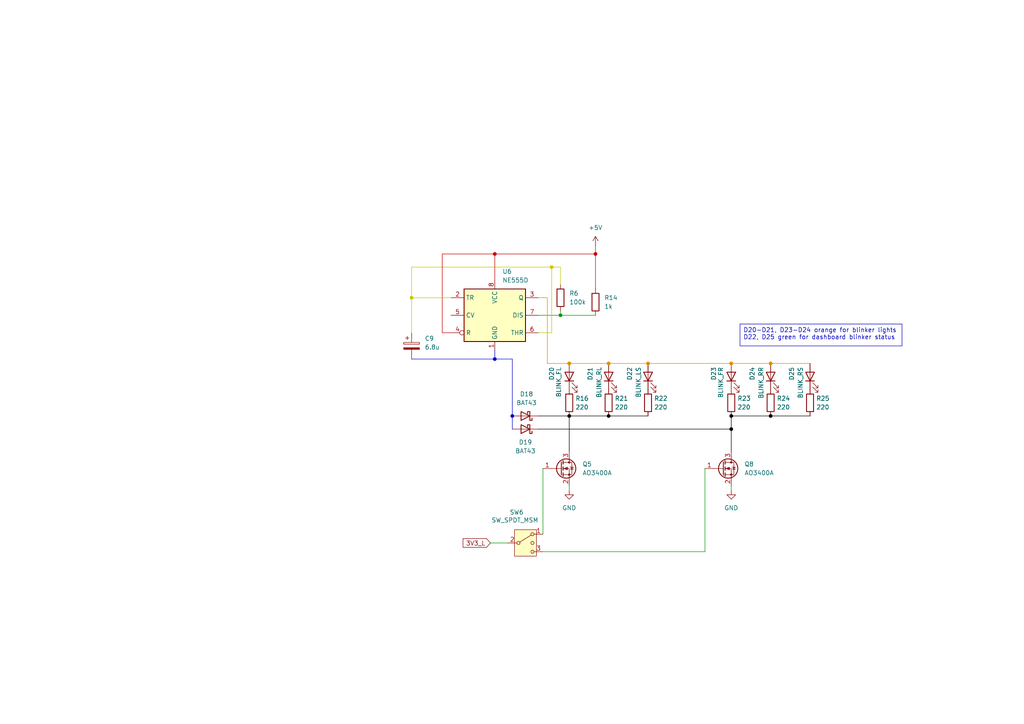
<source format=kicad_sch>
(kicad_sch (version 20231120) (generator "eeschema") (generator_version "8.0")
  (paper "A4")
  (lib_symbols
    (symbol "Device:C_Polarized" (pin_numbers hide) (pin_names (offset 0.254))
      (property "Reference" "C" (at 0.635 2.54 0))
      (property "Value" "C_Polarized" (at 0.635 -2.54 0))
      (symbol "C_Polarized_0_1"
        (rectangle (start -2.286 0.508) (end 2.286 1.016))
        (polyline (pts (xy -1.778 2.286) (xy -0.762 2.286)))
        (polyline (pts (xy -1.27 2.794) (xy -1.27 1.778)))
        (rectangle (start 2.286 -0.508) (end -2.286 -1.016) (fill (type outline)))
      )
      (symbol "C_Polarized_1_1"
        (pin passive line (at 0 3.81 270) (length 2.794) (name "~") (number "1"))
        (pin passive line (at 0 -3.81 90) (length 2.794) (name "~") (number "2"))
      )
    )
    (symbol "Device:LED" (pin_numbers hide) (pin_names (offset 1.016) hide)
      (property "Reference" "D" (at 0 2.54 0))
      (property "Value" "LED" (at 0 -2.54 0))
      (symbol "LED_0_1"
        (polyline (pts (xy -1.27 -1.27) (xy -1.27 1.27)) (stroke (width 0.254)))
        (polyline (pts (xy -1.27 0) (xy 1.27 0)))
        (polyline (pts (xy 1.27 -1.27) (xy 1.27 1.27) (xy -1.27 0) (xy 1.27 -1.27)) (stroke (width 0.254)))
        (polyline (pts (xy -3.048 -0.762) (xy -4.572 -2.286) (xy -3.81 -2.286) (xy -4.572 -2.286) (xy -4.572 -1.524)))
        (polyline (pts (xy -1.778 -0.762) (xy -3.302 -2.286) (xy -2.54 -2.286) (xy -3.302 -2.286) (xy -3.302 -1.524)))
      )
      (symbol "LED_1_1"
        (pin passive line (at -3.81 0 0) (length 2.54) (name "K") (number "1"))
        (pin passive line (at 3.81 0 180) (length 2.54) (name "A") (number "2"))
      )
    )
    (symbol "Device:R" (pin_numbers hide) (pin_names (offset 0))
      (property "Reference" "R" (at 2.032 0 90))
      (property "Value" "R" (at 0 0 90))
      (symbol "R_0_1"
        (rectangle (start -1.016 -2.54) (end 1.016 2.54) (stroke (width 0.254)))
      )
      (symbol "R_1_1"
        (pin passive line (at 0 3.81 270) (length 1.27) (name "~") (number "1"))
        (pin passive line (at 0 -3.81 90) (length 1.27) (name "~") (number "2"))
      )
    )
    (symbol "Diode:BAT43" (pin_numbers hide) (pin_names (offset 1.016) hide)
      (property "Reference" "D" (at 0 2.54 0))
      (property "Value" "BAT43" (at 0 -2.54 0))
      (symbol "BAT43_0_1"
        (polyline (pts (xy 1.27 0) (xy -1.27 0)))
        (polyline (pts (xy 1.27 1.27) (xy 1.27 -1.27) (xy -1.27 0) (xy 1.27 1.27)) (stroke (width 0.254)))
        (polyline (pts (xy -1.905 0.635) (xy -1.905 1.27) (xy -1.27 1.27) (xy -1.27 -1.27) (xy -0.635 -1.27) (xy -0.635 -0.635)) (stroke (width 0.254)))
      )
      (symbol "BAT43_1_1"
        (pin passive line (at -3.81 0 0) (length 2.54) (name "K") (number "1"))
        (pin passive line (at 3.81 0 180) (length 2.54) (name "A") (number "2"))
      )
    )
    (symbol "Switch:SW_SPDT_MSM" (pin_names (offset 0) hide)
      (property "Reference" "SW" (at 0 5.08 0))
      (property "Value" "SW_SPDT_MSM" (at 0 -5.08 0))
      (symbol "SW_SPDT_MSM_0_1"
        (circle (center -2.032 0) (radius 0.4572))
        (polyline (pts (xy -1.651 0.254) (xy 1.651 2.286)))
        (circle (center 2.032 -2.54) (radius 0.4572))
        (circle (center 2.032 0) (radius 0.4572))
        (circle (center 2.032 2.54) (radius 0.4572))
      )
      (symbol "SW_SPDT_MSM_1_1"
        (rectangle (start -3.175 3.81) (end 3.175 -3.81) (fill (type background)))
        (pin passive line (at 5.08 2.54 180) (length 2.54) (name "1") (number "1"))
        (pin passive line (at -5.08 0 0) (length 2.54) (name "3") (number "2"))
        (pin passive line (at 5.08 -2.54 180) (length 2.54) (name "4") (number "3"))
      )
    )
    (symbol "Timer:NE555D"
      (property "Reference" "U" (at -10.16 8.89 0))
      (property "Value" "NE555D" (at 2.54 8.89 0))
      (symbol "NE555D_0_0"
        (pin power_in line (at 0 -10.16 90) (length 2.54) (name "GND") (number "1"))
        (pin power_in line (at 0 10.16 270) (length 2.54) (name "VCC") (number "8"))
      )
      (symbol "NE555D_0_1"
        (rectangle (start -8.89 -7.62) (end 8.89 7.62) (stroke (width 0.254)) (fill (type background)))
        (rectangle (start -8.89 -7.62) (end 8.89 7.62) (stroke (width 0.254)) (fill (type background)))
      )
      (symbol "NE555D_1_1"
        (pin input line (at -12.7 5.08 0) (length 3.81) (name "TR") (number "2"))
        (pin output line (at 12.7 5.08 180) (length 3.81) (name "Q") (number "3"))
        (pin input inverted (at -12.7 -5.08 0) (length 3.81) (name "R") (number "4"))
        (pin input line (at -12.7 0 0) (length 3.81) (name "CV") (number "5"))
        (pin input line (at 12.7 -5.08 180) (length 3.81) (name "THR") (number "6"))
        (pin input line (at 12.7 0 180) (length 3.81) (name "DIS") (number "7"))
      )
    )
    (symbol "Transistor_FET:AO3400A" (pin_names hide)
      (property "Reference" "Q" (at 5.08 1.905 0))
      (property "Value" "AO3400A" (at 5.08 0 0))
      (symbol "AO3400A_0_1"
        (polyline (pts (xy 0.254 0) (xy -2.54 0)))
        (polyline (pts (xy 0.254 1.905) (xy 0.254 -1.905)) (stroke (width 0.254)))
        (polyline (pts (xy 0.762 -1.27) (xy 0.762 -2.286)) (stroke (width 0.254)))
        (polyline (pts (xy 0.762 0.508) (xy 0.762 -0.508)) (stroke (width 0.254)))
        (polyline (pts (xy 0.762 2.286) (xy 0.762 1.27)) (stroke (width 0.254)))
        (polyline (pts (xy 2.54 2.54) (xy 2.54 1.778)))
        (polyline (pts (xy 2.54 -2.54) (xy 2.54 0) (xy 0.762 0)))
        (polyline (pts (xy 0.762 -1.778) (xy 3.302 -1.778) (xy 3.302 1.778) (xy 0.762 1.778)))
        (polyline (pts (xy 1.016 0) (xy 2.032 0.381) (xy 2.032 -0.381) (xy 1.016 0)) (fill (type outline)))
        (polyline (pts (xy 2.794 0.508) (xy 2.921 0.381) (xy 3.683 0.381) (xy 3.81 0.254)))
        (polyline (pts (xy 3.302 0.381) (xy 2.921 -0.254) (xy 3.683 -0.254) (xy 3.302 0.381)))
        (circle (center 1.651 0) (radius 2.794) (stroke (width 0.254)))
        (circle (center 2.54 -1.778) (radius 0.254) (fill (type outline)))
        (circle (center 2.54 1.778) (radius 0.254) (fill (type outline)))
      )
      (symbol "AO3400A_1_1"
        (pin input line (at -5.08 0 0) (length 2.54) (name "G") (number "1"))
        (pin passive line (at 2.54 -5.08 90) (length 2.54) (name "S") (number "2"))
        (pin passive line (at 2.54 5.08 270) (length 2.54) (name "D") (number "3"))
      )
    )
    (symbol "power:+5V" (power) (pin_numbers hide) (pin_names (offset 0) hide)
      (property "Value" "+5V" (at 0 3.556 0))
      (symbol "+5V_0_1"
        (polyline (pts (xy -0.762 1.27) (xy 0 2.54)))
        (polyline (pts (xy 0 0) (xy 0 2.54)))
        (polyline (pts (xy 0 2.54) (xy 0.762 1.27)))
      )
      (symbol "+5V_1_1"
        (pin power_in line (at 0 0 90) (length 0) (name "~") (number "1"))
      )
    )
    (symbol "power:GND" (power) (pin_numbers hide) (pin_names (offset 0) hide)
      (property "Value" "GND" (at 0 -3.81 0))
      (symbol "GND_0_1"
        (polyline (pts (xy 0 0) (xy 0 -1.27) (xy 1.27 -1.27) (xy 0 -2.54) (xy -1.27 -1.27) (xy 0 -1.27)))
      )
      (symbol "GND_1_1"
        (pin power_in line (at 0 0 270) (length 0) (name "~") (number "1"))
      )
    )
  )
  (junction (at 160.02 77.47) (color 194 194 0 1))
  (junction (at 172.72 73.66) (color 194 0 0 1))
  (junction (at 176.53 120.65) (color 0 0 0 1))
  (junction (at 162.56 91.44))
  (junction (at 176.53 105.41) (color 221 133 0 1))
  (junction (at 187.96 105.41) (color 221 133 0 1))
  (junction (at 212.09 124.46) (color 0 0 0 1))
  (junction (at 119.38 86.36) (color 194 194 0 1))
  (junction (at 143.51 104.14) (color 0 0 194 1))
  (junction (at 143.51 73.66) (color 194 0 0 1))
  (junction (at 165.1 105.41) (color 221 133 0 1))
  (junction (at 223.52 120.65) (color 0 0 0 1))
  (junction (at 212.09 120.65) (color 0 0 0 1))
  (junction (at 165.1 120.65) (color 0 0 0 1))
  (junction (at 148.59 120.65) (color 0 0 194 1))
  (junction (at 223.52 105.41) (color 221 133 0 1))
  (junction (at 212.09 105.41) (color 221 133 0 1))
  (wire (pts (xy 156.21 96.52) (xy 160.02 96.52)) (stroke (width 0) (color 194 194 0 1)))
  (wire (pts (xy 148.59 120.65) (xy 148.59 124.46)) (stroke (width 0) (color 0 0 194 1)))
  (wire (pts (xy 158.75 86.36) (xy 158.75 105.41)) (stroke (width 0) (color 221 133 0 1)))
  (wire (pts (xy 147.32 157.48) (xy 142.24 157.48)))
  (wire (pts (xy 212.09 120.65) (xy 223.52 120.65)) (stroke (width 0) (color 0 0 0 1)))
  (wire (pts (xy 172.72 83.82) (xy 172.72 73.66)) (stroke (width 0) (color 194 0 0 1)))
  (wire (pts (xy 204.47 160.02) (xy 204.47 135.89)))
  (wire (pts (xy 157.48 160.02) (xy 204.47 160.02)))
  (wire (pts (xy 130.81 96.52) (xy 128.27 96.52)) (stroke (width 0) (color 194 0 0 1)))
  (wire (pts (xy 172.72 91.44) (xy 162.56 91.44)))
  (wire (pts (xy 165.1 105.41) (xy 176.53 105.41)) (stroke (width 0) (color 221 133 0 1)))
  (wire (pts (xy 162.56 82.55) (xy 162.56 77.47)) (stroke (width 0) (color 194 194 0 1)))
  (wire (pts (xy 234.95 120.65) (xy 223.52 120.65)) (stroke (width 0) (color 0 0 0 1)))
  (wire (pts (xy 156.21 124.46) (xy 212.09 124.46)) (stroke (width 0) (color 0 0 0 1)))
  (wire (pts (xy 176.53 120.65) (xy 165.1 120.65)) (stroke (width 0) (color 0 0 0 1)))
  (wire (pts (xy 119.38 104.14) (xy 143.51 104.14)) (stroke (width 0) (color 0 0 194 1)))
  (wire (pts (xy 128.27 73.66) (xy 143.51 73.66)) (stroke (width 0) (color 194 0 0 1)))
  (wire (pts (xy 212.09 142.24) (xy 212.09 140.97)))
  (wire (pts (xy 119.38 77.47) (xy 119.38 86.36)) (stroke (width 0) (color 194 194 0 1)))
  (wire (pts (xy 119.38 86.36) (xy 119.38 96.52)) (stroke (width 0) (color 194 194 0 1)))
  (wire (pts (xy 160.02 96.52) (xy 160.02 77.47)) (stroke (width 0) (color 194 194 0 1)))
  (wire (pts (xy 172.72 71.12) (xy 172.72 73.66)) (stroke (width 0) (color 194 0 0 1)))
  (wire (pts (xy 165.1 120.65) (xy 156.21 120.65)) (stroke (width 0) (color 0 0 0 1)))
  (wire (pts (xy 148.59 104.14) (xy 143.51 104.14)) (stroke (width 0) (color 0 0 194 1)))
  (wire (pts (xy 156.21 91.44) (xy 162.56 91.44)))
  (wire (pts (xy 162.56 91.44) (xy 162.56 90.17)))
  (wire (pts (xy 172.72 73.66) (xy 143.51 73.66)) (stroke (width 0) (color 194 0 0 1)))
  (wire (pts (xy 212.09 105.41) (xy 223.52 105.41)) (stroke (width 0) (color 221 133 0 1)))
  (wire (pts (xy 157.48 135.89) (xy 157.48 154.94)))
  (wire (pts (xy 162.56 77.47) (xy 160.02 77.47)) (stroke (width 0) (color 194 194 0 1)))
  (wire (pts (xy 128.27 96.52) (xy 128.27 73.66)) (stroke (width 0) (color 194 0 0 1)))
  (wire (pts (xy 156.21 86.36) (xy 158.75 86.36)) (stroke (width 0) (color 221 133 0 1)))
  (wire (pts (xy 176.53 105.41) (xy 187.96 105.41)) (stroke (width 0) (color 221 133 0 1)))
  (wire (pts (xy 223.52 105.41) (xy 234.95 105.41)) (stroke (width 0) (color 221 133 0 1)))
  (wire (pts (xy 165.1 142.24) (xy 165.1 140.97)))
  (wire (pts (xy 187.96 120.65) (xy 176.53 120.65)) (stroke (width 0) (color 0 0 0 1)))
  (wire (pts (xy 160.02 77.47) (xy 119.38 77.47)) (stroke (width 0) (color 194 194 0 1)))
  (wire (pts (xy 212.09 124.46) (xy 212.09 120.65)) (stroke (width 0) (color 0 0 0 1)))
  (wire (pts (xy 212.09 130.81) (xy 212.09 124.46)) (stroke (width 0) (color 0 0 0 1)))
  (wire (pts (xy 165.1 130.81) (xy 165.1 120.65)) (stroke (width 0) (color 0 0 0 1)))
  (wire (pts (xy 143.51 73.66) (xy 143.51 81.28)) (stroke (width 0) (color 194 0 0 1)))
  (wire (pts (xy 148.59 120.65) (xy 148.59 104.14)) (stroke (width 0) (color 0 0 194 1)))
  (wire (pts (xy 165.1 105.41) (xy 158.75 105.41)) (stroke (width 0) (color 221 133 0 1)))
  (wire (pts (xy 187.96 105.41) (xy 212.09 105.41)) (stroke (width 0) (color 221 133 0 1)))
  (wire (pts (xy 130.81 86.36) (xy 119.38 86.36)) (stroke (width 0) (color 194 194 0 1)))
  (wire (pts (xy 143.51 104.14) (xy 143.51 101.6)) (stroke (width 0) (color 0 0 194 1)))
  (text_box "D20-D21, D23-D24 orange for blinker lights\nD22, D25 green for dashboard blinker status" (at 214.63 93.98 0) (size 46.99 6.35) (effects (font (size 1.27 1.27)) (justify left top)))
  (global_label "3V3_L" (shape input) (at 142.24 157.48 180) (property "Intersheetrefs" "${INTERSHEET_REFS}" (effects (hide yes))))
  (symbol (lib_id "Device:LED") (at 212.09 109.22 90) (unit 1)
    (property "Reference" "D23" (at 207.01 106.426 0) (effects (justify right)))
    (property "Value" "BLINK_FR" (at 209.042 106.426 0) (effects (justify right)))
    (property "Description" "Light emitting diode" (effects (hide yes)))
  )
  (symbol (lib_id "Diode:BAT43") (at 152.4 124.46 180) (unit 1)
    (property "Reference" "D19" (at 152.4 128.27 0))
    (property "Value" "BAT43" (at 152.4 130.81 0))
    (property "Footprint" "Diode_THT:D_DO-35_SOD27_P7.62mm_Horizontal" (effects (hide yes)))
    (property "Datasheet" "http://www.vishay.com/docs/85660/bat42.pdf" (effects (hide yes)))
    (property "Description" "30V 0.2A Small Signal Schottky Diode, DO-35" (effects (hide yes)))
  )
  (symbol (lib_id "Device:R") (at 223.52 116.84 0) (unit 1)
    (property "Reference" "R24" (at 225.298 115.57 0) (effects (justify left)))
    (property "Value" "220" (at 225.298 118.11 0) (effects (justify left)))
    (property "Description" "Resistor" (effects (hide yes)))
  )
  (symbol (lib_id "Device:R") (at 234.95 116.84 0) (unit 1)
    (property "Reference" "R25" (at 236.728 115.57 0) (effects (justify left)))
    (property "Value" "220" (at 236.728 118.11 0) (effects (justify left)))
    (property "Description" "Resistor" (effects (hide yes)))
  )
  (symbol (lib_id "Device:LED") (at 234.95 109.22 90) (unit 1)
    (property "Reference" "D25" (at 229.616 106.426 0) (effects (justify right)))
    (property "Value" "BLINK_RS" (at 232.156 106.426 0) (effects (justify right)))
    (property "Description" "Light emitting diode" (effects (hide yes)))
  )
  (symbol (lib_id "Device:C_Polarized") (at 119.38 100.33 0) (unit 1)
    (property "Reference" "C9" (at 123.19 98.1709 0) (effects (justify left)))
    (property "Value" "6.8u" (at 123.19 100.7109 0) (effects (justify left)))
    (property "Description" "Polarized capacitor" (effects (hide yes)))
  )
  (symbol (lib_id "power:+5V") (at 172.72 71.12 0) (unit 1)
    (property "Reference" "#PWR036" (effects (hide yes)))
    (property "Value" "+5V" (at 172.72 66.04 0))
    (property "Description" "Power symbol creates a global label with name \"+5V\"" (effects (hide yes)))
  )
  (symbol (lib_id "power:GND") (at 212.09 142.24 0) (unit 1)
    (property "Reference" "#PWR038" (effects (hide yes)))
    (property "Value" "GND" (at 212.09 147.32 0))
    (property "Description" "Power symbol creates a global label with name \"GND\" , ground" (effects (hide yes)))
  )
  (symbol (lib_id "Device:R") (at 176.53 116.84 0) (unit 1)
    (property "Reference" "R21" (at 178.308 115.57 0) (effects (justify left)))
    (property "Value" "220" (at 178.308 118.11 0) (effects (justify left)))
    (property "Description" "Resistor" (effects (hide yes)))
  )
  (symbol (lib_id "power:GND") (at 165.1 142.24 0) (unit 1)
    (property "Reference" "#PWR037" (effects (hide yes)))
    (property "Value" "GND" (at 165.1 147.32 0))
    (property "Description" "Power symbol creates a global label with name \"GND\" , ground" (effects (hide yes)))
  )
  (symbol (lib_id "Device:R") (at 165.1 116.84 0) (unit 1)
    (property "Reference" "R16" (at 166.878 115.57 0) (effects (justify left)))
    (property "Value" "220" (at 166.878 118.11 0) (effects (justify left)))
    (property "Description" "Resistor" (effects (hide yes)))
  )
  (symbol (lib_id "Device:R") (at 187.96 116.84 0) (unit 1)
    (property "Reference" "R22" (at 189.738 115.57 0) (effects (justify left)))
    (property "Value" "220" (at 189.738 118.11 0) (effects (justify left)))
    (property "Description" "Resistor" (effects (hide yes)))
  )
  (symbol (lib_id "Switch:SW_SPDT_MSM") (at 152.4 157.48 0) (unit 1)
    (property "Reference" "SW6" (at 149.86 148.59 0))
    (property "Value" "SW_SPDT_MSM" (at 149.352 150.876 0))
    (property "Description" "Switch, single pole double throw, center OFF position" (effects (hide yes)))
  )
  (symbol (lib_id "Device:R") (at 162.56 86.36 0) (unit 1)
    (property "Reference" "R6" (at 165.1 85.0899 0) (effects (justify left)))
    (property "Value" "100k" (at 165.1 87.6299 0) (effects (justify left)))
    (property "Description" "Resistor" (effects (hide yes)))
  )
  (symbol (lib_id "Device:LED") (at 187.96 109.22 90) (unit 1)
    (property "Reference" "D22" (at 182.626 106.426 0) (effects (justify right)))
    (property "Value" "BLINK_LS" (at 185.166 106.426 0) (effects (justify right)))
    (property "Description" "Light emitting diode" (effects (hide yes)))
  )
  (symbol (lib_id "Timer:NE555D") (at 143.51 91.44 0) (unit 1)
    (property "Reference" "U6" (at 145.7041 78.74 0) (effects (justify left)))
    (property "Value" "NE555D" (at 145.7041 81.28 0) (effects (justify left)))
    (property "Footprint" "Package_SO:SOIC-8_3.9x4.9mm_P1.27mm" (effects (hide yes)))
    (property "Datasheet" "http://www.ti.com/lit/ds/symlink/ne555.pdf" (effects (hide yes)))
    (property "Description" "Precision Timers, 555 compatible, SOIC-8" (effects (hide yes)))
  )
  (symbol (lib_id "Diode:BAT43") (at 152.4 120.65 180) (unit 1)
    (property "Reference" "D18" (at 152.7175 114.3 0))
    (property "Value" "BAT43" (at 152.7175 116.84 0))
    (property "Footprint" "Diode_THT:D_DO-35_SOD27_P7.62mm_Horizontal" (effects (hide yes)))
    (property "Datasheet" "http://www.vishay.com/docs/85660/bat42.pdf" (effects (hide yes)))
    (property "Description" "30V 0.2A Small Signal Schottky Diode, DO-35" (effects (hide yes)))
  )
  (symbol (lib_id "Device:R") (at 212.09 116.84 0) (unit 1)
    (property "Reference" "R23" (at 213.868 115.57 0) (effects (justify left)))
    (property "Value" "220" (at 213.868 118.11 0) (effects (justify left)))
    (property "Description" "Resistor" (effects (hide yes)))
  )
  (symbol (lib_id "Device:LED") (at 165.1 109.22 90) (unit 1)
    (property "Reference" "D20" (at 160.02 106.426 0) (effects (justify right)))
    (property "Value" "BLINK_FL" (at 162.052 106.426 0) (effects (justify right)))
    (property "Description" "Light emitting diode" (effects (hide yes)))
  )
  (symbol (lib_id "Transistor_FET:AO3400A") (at 162.56 135.89 0) (unit 1)
    (property "Reference" "Q5" (at 168.91 134.6199 0) (effects (justify left)))
    (property "Value" "AO3400A" (at 168.91 137.1599 0) (effects (justify left)))
    (property "Footprint" "Package_TO_SOT_SMD:SOT-23" (effects (hide yes)))
    (property "Datasheet" "http://www.aosmd.com/pdfs/datasheet/AO3400A.pdf" (effects (hide yes)))
    (property "Description" "30V Vds, 5.7A Id, N-Channel MOSFET, SOT-23" (effects (hide yes)))
  )
  (symbol (lib_id "Device:LED") (at 223.52 109.22 90) (unit 1)
    (property "Reference" "D24" (at 218.186 106.426 0) (effects (justify right)))
    (property "Value" "BLINK_RR" (at 220.726 106.426 0) (effects (justify right)))
    (property "Description" "Light emitting diode" (effects (hide yes)))
  )
  (symbol (lib_id "Device:R") (at 172.72 87.63 0) (unit 1)
    (property "Reference" "R14" (at 175.26 86.3599 0) (effects (justify left)))
    (property "Value" "1k" (at 175.26 88.8999 0) (effects (justify left)))
    (property "Description" "Resistor" (effects (hide yes)))
  )
  (symbol (lib_id "Transistor_FET:AO3400A") (at 209.55 135.89 0) (unit 1)
    (property "Reference" "Q8" (at 215.9 134.6199 0) (effects (justify left)))
    (property "Value" "AO3400A" (at 215.9 137.1599 0) (effects (justify left)))
    (property "Footprint" "Package_TO_SOT_SMD:SOT-23" (effects (hide yes)))
    (property "Datasheet" "http://www.aosmd.com/pdfs/datasheet/AO3400A.pdf" (effects (hide yes)))
    (property "Description" "30V Vds, 5.7A Id, N-Channel MOSFET, SOT-23" (effects (hide yes)))
  )
  (symbol (lib_id "Device:LED") (at 176.53 109.22 90) (unit 1)
    (property "Reference" "D21" (at 171.196 106.426 0) (effects (justify right)))
    (property "Value" "BLINK_RL" (at 173.736 106.426 0) (effects (justify right)))
    (property "Description" "Light emitting diode" (effects (hide yes)))
  )
)
</source>
